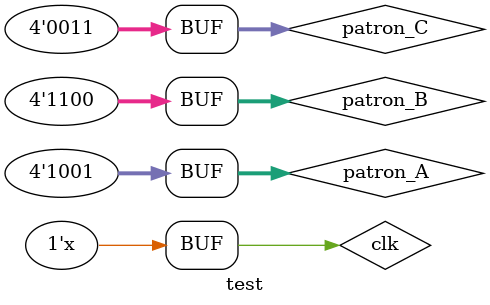
<source format=v>
`timescale 1ns / 1ps


module test;

	// Inputs
	reg entrada_serie;
	reg [3:0] patron_A;
	reg [3:0] patron_B;
	reg [3:0] patron_C;
	reg clk;

	// Outputs
	wire out_A;
	wire out_B;
	wire out_C;
	wire [3:0] out_par;
	wire out_serie;

	// Instantiate the Unit Under Test (UUT)
	conversor uut (
		.entrada_serie(entrada_serie), 
		.patron_A(patron_A), 
		.patron_B(patron_B), 
		.patron_C(patron_C), 
		.clk(clk), 
		.out_A(out_A), 
		.out_B(out_B), 
		.out_C(out_C), 
		.out_par(out_par), 
		.out_serie(out_serie)
	);
	always #10 	clk=~clk;
 	always #10	 entrada_serie = $random %2;
		
		
		
		

	initial begin
		// Initialize Inputs
		entrada_serie = 0;
		patron_A = 4'b1001;
		patron_B = 4'b1100;
		patron_C = 4'b0011;
		clk = 0;

		// Wait 100 ns for global reset to finish
		#100;
        
		 
		// Add stimulus here

	end
      
endmodule


</source>
